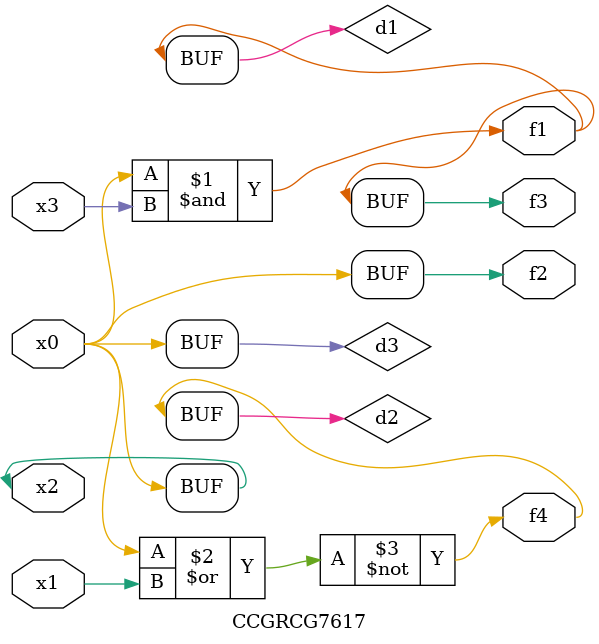
<source format=v>
module CCGRCG7617(
	input x0, x1, x2, x3,
	output f1, f2, f3, f4
);

	wire d1, d2, d3;

	and (d1, x2, x3);
	nor (d2, x0, x1);
	buf (d3, x0, x2);
	assign f1 = d1;
	assign f2 = d3;
	assign f3 = d1;
	assign f4 = d2;
endmodule

</source>
